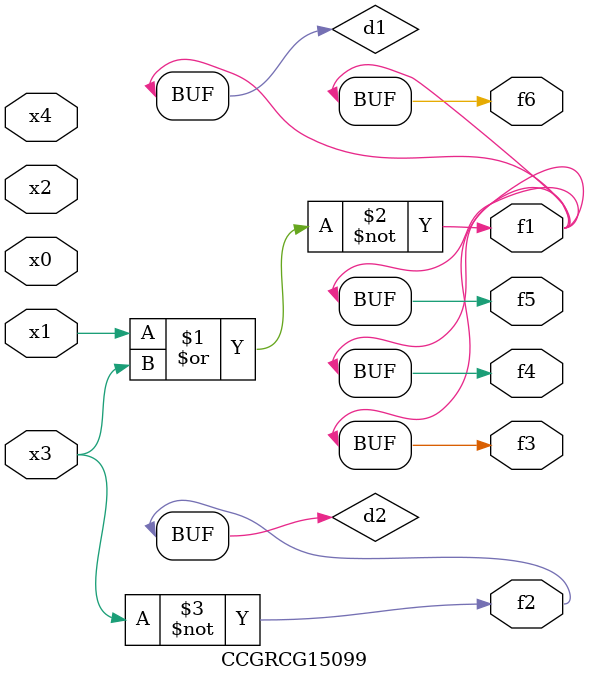
<source format=v>
module CCGRCG15099(
	input x0, x1, x2, x3, x4,
	output f1, f2, f3, f4, f5, f6
);

	wire d1, d2;

	nor (d1, x1, x3);
	not (d2, x3);
	assign f1 = d1;
	assign f2 = d2;
	assign f3 = d1;
	assign f4 = d1;
	assign f5 = d1;
	assign f6 = d1;
endmodule

</source>
